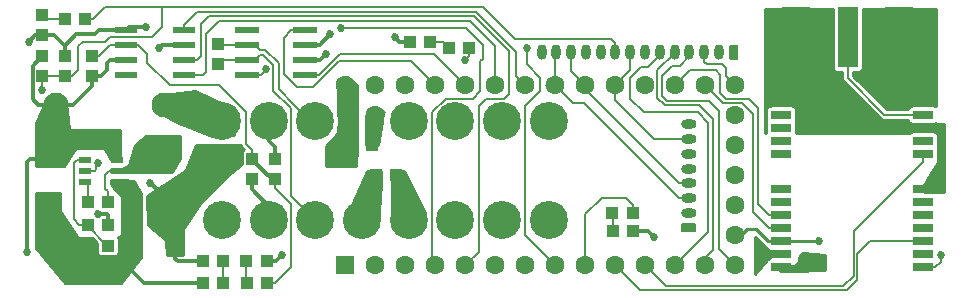
<source format=gtl>
G04 #@! TF.GenerationSoftware,KiCad,Pcbnew,5.1.5*
G04 #@! TF.CreationDate,2019-12-04T09:49:36-05:00*
G04 #@! TF.ProjectId,obd-teensy-oled,6f62642d-7465-4656-9e73-792d6f6c6564,rev?*
G04 #@! TF.SameCoordinates,Original*
G04 #@! TF.FileFunction,Copper,L1,Top*
G04 #@! TF.FilePolarity,Positive*
%FSLAX46Y46*%
G04 Gerber Fmt 4.6, Leading zero omitted, Abs format (unit mm)*
G04 Created by KiCad (PCBNEW 5.1.5) date 2019-12-04 09:49:36*
%MOMM*%
%LPD*%
G04 APERTURE LIST*
%ADD10R,1.600000X1.600000*%
%ADD11C,1.600000*%
%ADD12O,1.300000X0.800000*%
%ADD13C,0.100000*%
%ADD14O,0.800000X1.300000*%
%ADD15R,2.413000X5.080000*%
%ADD16R,1.778000X5.080000*%
%ADD17R,1.099820X0.998220*%
%ADD18R,0.998220X1.099820*%
%ADD19R,0.998220X0.998220*%
%ADD20R,1.800000X0.800000*%
%ADD21R,1.000000X0.550000*%
%ADD22R,2.790000X1.905000*%
%ADD23R,1.270000X2.059940*%
%ADD24R,2.059940X1.270000*%
%ADD25C,2.100000*%
%ADD26R,1.981200X0.558800*%
%ADD27C,3.215640*%
%ADD28R,2.000000X0.600000*%
%ADD29C,0.685800*%
%ADD30C,0.152400*%
%ADD31C,0.304800*%
%ADD32C,0.200000*%
%ADD33C,0.254000*%
G04 APERTURE END LIST*
D10*
X142748000Y-104267000D03*
D11*
X145288000Y-104267000D03*
X147828000Y-104267000D03*
X150368000Y-104267000D03*
X152908000Y-104267000D03*
X155448000Y-104267000D03*
X157988000Y-104267000D03*
X160528000Y-104267000D03*
X163068000Y-104267000D03*
X165608000Y-104267000D03*
X168148000Y-104267000D03*
X170688000Y-104267000D03*
X173228000Y-104267000D03*
X145288000Y-91567000D03*
X142748000Y-89027000D03*
X145288000Y-89027000D03*
X147828000Y-89027000D03*
X150368000Y-89027000D03*
X152908000Y-89027000D03*
X155448000Y-89027000D03*
X157988000Y-89027000D03*
X160528000Y-89027000D03*
X163068000Y-89027000D03*
X165608000Y-89027000D03*
X168148000Y-89027000D03*
X170688000Y-89027000D03*
X173228000Y-89027000D03*
X175768000Y-104267000D03*
X175768000Y-101727000D03*
X175768000Y-99187000D03*
X175768000Y-89027000D03*
X175768000Y-91567000D03*
X175768000Y-94107000D03*
X175768000Y-96647000D03*
D12*
X171831000Y-92322000D03*
X171831000Y-93572000D03*
X171831000Y-94822000D03*
X171831000Y-96072000D03*
X171831000Y-97322000D03*
X171831000Y-98572000D03*
X171831000Y-99822000D03*
G04 #@! TA.AperFunction,ComponentPad*
D13*
G36*
X172300603Y-100672963D02*
G01*
X172320018Y-100675843D01*
X172339057Y-100680612D01*
X172357537Y-100687224D01*
X172375279Y-100695616D01*
X172392114Y-100705706D01*
X172407879Y-100717398D01*
X172422421Y-100730579D01*
X172435602Y-100745121D01*
X172447294Y-100760886D01*
X172457384Y-100777721D01*
X172465776Y-100795463D01*
X172472388Y-100813943D01*
X172477157Y-100832982D01*
X172480037Y-100852397D01*
X172481000Y-100872000D01*
X172481000Y-101272000D01*
X172480037Y-101291603D01*
X172477157Y-101311018D01*
X172472388Y-101330057D01*
X172465776Y-101348537D01*
X172457384Y-101366279D01*
X172447294Y-101383114D01*
X172435602Y-101398879D01*
X172422421Y-101413421D01*
X172407879Y-101426602D01*
X172392114Y-101438294D01*
X172375279Y-101448384D01*
X172357537Y-101456776D01*
X172339057Y-101463388D01*
X172320018Y-101468157D01*
X172300603Y-101471037D01*
X172281000Y-101472000D01*
X171381000Y-101472000D01*
X171361397Y-101471037D01*
X171341982Y-101468157D01*
X171322943Y-101463388D01*
X171304463Y-101456776D01*
X171286721Y-101448384D01*
X171269886Y-101438294D01*
X171254121Y-101426602D01*
X171239579Y-101413421D01*
X171226398Y-101398879D01*
X171214706Y-101383114D01*
X171204616Y-101366279D01*
X171196224Y-101348537D01*
X171189612Y-101330057D01*
X171184843Y-101311018D01*
X171181963Y-101291603D01*
X171181000Y-101272000D01*
X171181000Y-100872000D01*
X171181963Y-100852397D01*
X171184843Y-100832982D01*
X171189612Y-100813943D01*
X171196224Y-100795463D01*
X171204616Y-100777721D01*
X171214706Y-100760886D01*
X171226398Y-100745121D01*
X171239579Y-100730579D01*
X171254121Y-100717398D01*
X171269886Y-100705706D01*
X171286721Y-100695616D01*
X171304463Y-100687224D01*
X171322943Y-100680612D01*
X171341982Y-100675843D01*
X171361397Y-100672963D01*
X171381000Y-100672000D01*
X172281000Y-100672000D01*
X172300603Y-100672963D01*
G37*
G04 #@! TD.AperFunction*
D14*
X159391000Y-86233000D03*
X160641000Y-86233000D03*
X161891000Y-86233000D03*
X163141000Y-86233000D03*
X164391000Y-86233000D03*
X165641000Y-86233000D03*
X166891000Y-86233000D03*
X168141000Y-86233000D03*
X169391000Y-86233000D03*
X170641000Y-86233000D03*
X171891000Y-86233000D03*
X173141000Y-86233000D03*
X174391000Y-86233000D03*
G04 #@! TA.AperFunction,ComponentPad*
D13*
G36*
X175860603Y-85583963D02*
G01*
X175880018Y-85586843D01*
X175899057Y-85591612D01*
X175917537Y-85598224D01*
X175935279Y-85606616D01*
X175952114Y-85616706D01*
X175967879Y-85628398D01*
X175982421Y-85641579D01*
X175995602Y-85656121D01*
X176007294Y-85671886D01*
X176017384Y-85688721D01*
X176025776Y-85706463D01*
X176032388Y-85724943D01*
X176037157Y-85743982D01*
X176040037Y-85763397D01*
X176041000Y-85783000D01*
X176041000Y-86683000D01*
X176040037Y-86702603D01*
X176037157Y-86722018D01*
X176032388Y-86741057D01*
X176025776Y-86759537D01*
X176017384Y-86777279D01*
X176007294Y-86794114D01*
X175995602Y-86809879D01*
X175982421Y-86824421D01*
X175967879Y-86837602D01*
X175952114Y-86849294D01*
X175935279Y-86859384D01*
X175917537Y-86867776D01*
X175899057Y-86874388D01*
X175880018Y-86879157D01*
X175860603Y-86882037D01*
X175841000Y-86883000D01*
X175441000Y-86883000D01*
X175421397Y-86882037D01*
X175401982Y-86879157D01*
X175382943Y-86874388D01*
X175364463Y-86867776D01*
X175346721Y-86859384D01*
X175329886Y-86849294D01*
X175314121Y-86837602D01*
X175299579Y-86824421D01*
X175286398Y-86809879D01*
X175274706Y-86794114D01*
X175264616Y-86777279D01*
X175256224Y-86759537D01*
X175249612Y-86741057D01*
X175244843Y-86722018D01*
X175241963Y-86702603D01*
X175241000Y-86683000D01*
X175241000Y-85783000D01*
X175241963Y-85763397D01*
X175244843Y-85743982D01*
X175249612Y-85724943D01*
X175256224Y-85706463D01*
X175264616Y-85688721D01*
X175274706Y-85671886D01*
X175286398Y-85656121D01*
X175299579Y-85641579D01*
X175314121Y-85628398D01*
X175329886Y-85616706D01*
X175346721Y-85606616D01*
X175364463Y-85598224D01*
X175382943Y-85591612D01*
X175401982Y-85586843D01*
X175421397Y-85583963D01*
X175441000Y-85583000D01*
X175841000Y-85583000D01*
X175860603Y-85583963D01*
G37*
G04 #@! TD.AperFunction*
D15*
X189674500Y-84963000D03*
D16*
X185293000Y-84963000D03*
D15*
X180911500Y-84963000D03*
D17*
X148249640Y-85344000D03*
X149946360Y-85344000D03*
X167091360Y-101346000D03*
X165394640Y-101346000D03*
X134406640Y-105791000D03*
X136103360Y-105791000D03*
D18*
X117094000Y-84795360D03*
X117094000Y-83098640D03*
D17*
X130723640Y-105791000D03*
X132420360Y-105791000D03*
D19*
X151523700Y-85852000D03*
X153276300Y-85852000D03*
X165366700Y-99822000D03*
X167119300Y-99822000D03*
X134378700Y-103886000D03*
X136131300Y-103886000D03*
X119011700Y-83439000D03*
X120764300Y-83439000D03*
X132448300Y-103886000D03*
X130695700Y-103886000D03*
D17*
X147025360Y-96647000D03*
X145328640Y-96647000D03*
D18*
X131953000Y-87208360D03*
X131953000Y-85511640D03*
D17*
X143296640Y-94107000D03*
X144993360Y-94107000D03*
D20*
X179674000Y-104409000D03*
X179674000Y-103309000D03*
X179674000Y-102209000D03*
X179674000Y-101109000D03*
X179674000Y-100009000D03*
X179674000Y-98909000D03*
X179674000Y-97809000D03*
X179674000Y-94809000D03*
X179674000Y-93709000D03*
X179674000Y-92609000D03*
X179674000Y-91509000D03*
X179674000Y-90409000D03*
X191674000Y-90409000D03*
X191674000Y-91509000D03*
X191674000Y-92609000D03*
X191674000Y-93709000D03*
X191674000Y-94809000D03*
X191674000Y-97809000D03*
X191674000Y-98909000D03*
X191674000Y-100009000D03*
X191674000Y-101109000D03*
X191674000Y-102209000D03*
X191674000Y-103309000D03*
X191674000Y-104409000D03*
D21*
X120697000Y-97216000D03*
X120697000Y-96266000D03*
X120697000Y-95316000D03*
X123397000Y-97216000D03*
X123397000Y-96266000D03*
X123397000Y-95316000D03*
D17*
X120944640Y-102616000D03*
X122641360Y-102616000D03*
X120944640Y-100838000D03*
X122641360Y-100838000D03*
D18*
X118999000Y-86527640D03*
X118999000Y-88224360D03*
X117094000Y-88224360D03*
X117094000Y-86527640D03*
X136779000Y-96987360D03*
X136779000Y-95290640D03*
X134874000Y-95290640D03*
X134874000Y-96987360D03*
D22*
X127381000Y-94348500D03*
X127381000Y-99199500D03*
D23*
X124866400Y-102362000D03*
X128371600Y-102362000D03*
D17*
X120944640Y-98933000D03*
X122641360Y-98933000D03*
D24*
X117729000Y-98780600D03*
X117729000Y-95275400D03*
D18*
X121285000Y-86527640D03*
X121285000Y-88224360D03*
D25*
X127437000Y-90678000D03*
X118237000Y-90678000D03*
D26*
X124155200Y-88138000D03*
X124155200Y-86868000D03*
X124155200Y-85598000D03*
X124155200Y-84328000D03*
X129082800Y-84328000D03*
X129082800Y-85598000D03*
X129082800Y-86868000D03*
X129082800Y-88138000D03*
D27*
X132334000Y-92057220D03*
X136286240Y-92057220D03*
X140235940Y-92057220D03*
X148132800Y-92057220D03*
X152082500Y-92057220D03*
X156032200Y-92057220D03*
X159981900Y-92057220D03*
X132334000Y-100457000D03*
X136286240Y-100457000D03*
X140235940Y-100457000D03*
X144185640Y-100457000D03*
X148132800Y-100457000D03*
X152082500Y-100457000D03*
X156032200Y-100457000D03*
X159981900Y-100457000D03*
D28*
X139356000Y-85598000D03*
X134456000Y-88138000D03*
X134456000Y-86868000D03*
X134456000Y-85598000D03*
X134456000Y-84328000D03*
X139356000Y-84328000D03*
X139356000Y-86868000D03*
X139356000Y-88138000D03*
D29*
X137414000Y-103378000D03*
X115824000Y-103124000D03*
X188849000Y-92456000D03*
X187071000Y-91313000D03*
X117475000Y-101600000D03*
X118491000Y-103124000D03*
X119380000Y-105156000D03*
X118999000Y-101600000D03*
X119761000Y-103759000D03*
X192151000Y-87249000D03*
X192151000Y-84963000D03*
X192151000Y-82931000D03*
X178689000Y-82931000D03*
X178689000Y-84709000D03*
X178689000Y-86995000D03*
X187579000Y-87249000D03*
X183007000Y-87249000D03*
X187325000Y-82931000D03*
X183261000Y-82931000D03*
X121031000Y-104267000D03*
X122047000Y-105410000D03*
X123063000Y-104140000D03*
X178689000Y-89408000D03*
X179578000Y-88646000D03*
X180340000Y-89408000D03*
X141097000Y-86360000D03*
X127000000Y-85852000D03*
X125857000Y-84074000D03*
X193167000Y-96393000D03*
X193167000Y-97663000D03*
X192405000Y-96901000D03*
X181483000Y-104394000D03*
X182626000Y-103632000D03*
X146939000Y-84963000D03*
X115951000Y-85344000D03*
X168910000Y-101854000D03*
X185547000Y-89789000D03*
X187706000Y-89535000D03*
X189103000Y-90678000D03*
X190373000Y-92583000D03*
X130175000Y-95631000D03*
X131064000Y-94615000D03*
X131826000Y-95504000D03*
X132715000Y-94615000D03*
X133350000Y-95504000D03*
X141478000Y-84709000D03*
X141478000Y-94488000D03*
X141986000Y-95377000D03*
X143256000Y-95377000D03*
X126238000Y-97282000D03*
X121795611Y-99945588D03*
X177673000Y-102743000D03*
X177673000Y-103886000D03*
X121793000Y-95631000D03*
X117094000Y-89408000D03*
X193167000Y-103378000D03*
X182880000Y-102235000D03*
X136017000Y-87630000D03*
X142367000Y-84137500D03*
X152908000Y-86868000D03*
X158115000Y-85852000D03*
D30*
X142210482Y-86995000D02*
X148336000Y-86995000D01*
X138203600Y-84328000D02*
X137541000Y-84990600D01*
X139356000Y-84328000D02*
X138203600Y-84328000D01*
X148336000Y-86995000D02*
X150368000Y-89027000D01*
X140051482Y-89154000D02*
X142210482Y-86995000D01*
X137541000Y-84990600D02*
X137541000Y-88034482D01*
X137541000Y-88034482D02*
X138660518Y-89154000D01*
X138660518Y-89154000D02*
X140051482Y-89154000D01*
X140508400Y-88138000D02*
X142286400Y-86360000D01*
X139356000Y-88138000D02*
X140508400Y-88138000D01*
X150241000Y-86360000D02*
X152908000Y-89027000D01*
X142286400Y-86360000D02*
X150241000Y-86360000D01*
D31*
X117094000Y-86578440D02*
X117094000Y-86527640D01*
X116752076Y-90678000D02*
X116290089Y-90216013D01*
X116290090Y-87382350D02*
X117094000Y-86578440D01*
X116290089Y-90216013D02*
X116290090Y-87382350D01*
X118237000Y-90678000D02*
X116752076Y-90678000D01*
X124155200Y-86868000D02*
X123444000Y-86868000D01*
X119686070Y-90678000D02*
X118237000Y-90678000D01*
X121285000Y-89079070D02*
X119686070Y-90678000D01*
X121285000Y-88224360D02*
X121285000Y-89079070D01*
X122859800Y-86868000D02*
X124155200Y-86868000D01*
X122555000Y-87172800D02*
X122859800Y-86868000D01*
X122555000Y-87758270D02*
X122555000Y-87172800D01*
X122088910Y-88224360D02*
X122555000Y-87758270D01*
X121285000Y-88224360D02*
X122088910Y-88224360D01*
X136131300Y-103886000D02*
X136906000Y-103886000D01*
X136906000Y-103886000D02*
X137414000Y-103378000D01*
X115824000Y-103124000D02*
X115824000Y-95504000D01*
X116052600Y-95275400D02*
X117729000Y-95275400D01*
X115824000Y-95504000D02*
X116052600Y-95275400D01*
X136286240Y-100457000D02*
X136286240Y-99202240D01*
X136234170Y-99202240D02*
X134874000Y-97842070D01*
X134874000Y-97842070D02*
X134874000Y-96987360D01*
X136286240Y-99202240D02*
X136234170Y-99202240D01*
X118999000Y-86487000D02*
X118999000Y-86527640D01*
X139356000Y-86868000D02*
X140589000Y-86868000D01*
X140589000Y-86868000D02*
X141097000Y-86360000D01*
X119962930Y-84709000D02*
X118999000Y-85672930D01*
X124155200Y-84328000D02*
X121920000Y-84328000D01*
X121920000Y-84328000D02*
X121539000Y-84709000D01*
X121539000Y-84709000D02*
X119962930Y-84709000D01*
X118121430Y-84795360D02*
X117897910Y-84795360D01*
X117897910Y-84795360D02*
X117094000Y-84795360D01*
X118999000Y-85672930D02*
X118121430Y-84795360D01*
X118999000Y-86527640D02*
X118999000Y-85672930D01*
X129082800Y-85598000D02*
X127254000Y-85598000D01*
X127254000Y-85598000D02*
X127000000Y-85852000D01*
X124409200Y-84074000D02*
X124155200Y-84328000D01*
X125857000Y-84074000D02*
X124409200Y-84074000D01*
X147320000Y-85344000D02*
X146939000Y-84963000D01*
X148249640Y-85344000D02*
X147320000Y-85344000D01*
X117094000Y-84795360D02*
X116499640Y-84795360D01*
X116499640Y-84795360D02*
X115951000Y-85344000D01*
X167091360Y-101346000D02*
X168402000Y-101346000D01*
X168402000Y-101346000D02*
X168910000Y-101854000D01*
X130723640Y-105791000D02*
X125730000Y-105791000D01*
X125730000Y-105791000D02*
X124460000Y-104521000D01*
D30*
X154051000Y-103124000D02*
X152908000Y-104267000D01*
X131191000Y-83185000D02*
X153619934Y-83185000D01*
X154686000Y-90170000D02*
X154051000Y-90805000D01*
X130556000Y-83820000D02*
X131191000Y-83185000D01*
X130556000Y-86537800D02*
X130556000Y-83820000D01*
X130225800Y-86868000D02*
X130556000Y-86537800D01*
X156591000Y-86156066D02*
X156591000Y-89789000D01*
X129082800Y-86868000D02*
X130225800Y-86868000D01*
X153619934Y-83185000D02*
X156591000Y-86156066D01*
X156591000Y-89789000D02*
X156210000Y-90170000D01*
X156210000Y-90170000D02*
X154686000Y-90170000D01*
X154051000Y-90805000D02*
X154051000Y-103124000D01*
D31*
X139356000Y-85598000D02*
X140589000Y-85598000D01*
X140589000Y-85598000D02*
X141478000Y-84709000D01*
X127381000Y-98247000D02*
X127203000Y-98247000D01*
X127203000Y-98247000D02*
X126238000Y-97282000D01*
X122641360Y-100838000D02*
X122641360Y-100791337D01*
X122641360Y-100034090D02*
X122641360Y-100838000D01*
X122552858Y-99945588D02*
X122641360Y-100034090D01*
X121795611Y-99945588D02*
X122552858Y-99945588D01*
X128371600Y-103696770D02*
X128371600Y-102362000D01*
X128560830Y-103886000D02*
X128371600Y-103696770D01*
X130695700Y-103886000D02*
X128560830Y-103886000D01*
D30*
X174968001Y-88227001D02*
X174968001Y-87592001D01*
X175768000Y-89027000D02*
X174968001Y-88227001D01*
X174968001Y-87592001D02*
X174625000Y-87249000D01*
X173354600Y-87249000D02*
X173141000Y-87035400D01*
X173141000Y-87035400D02*
X173141000Y-86233000D01*
X174625000Y-87249000D02*
X173354600Y-87249000D01*
X174371000Y-102870000D02*
X175768000Y-104267000D01*
X174371000Y-91186000D02*
X174371000Y-102870000D01*
X170002190Y-90373190D02*
X173558190Y-90373190D01*
X169545000Y-89916000D02*
X170002190Y-90373190D01*
X171891000Y-86554000D02*
X171069000Y-87376000D01*
X170434000Y-87376000D02*
X169545000Y-88265000D01*
X171891000Y-86233000D02*
X171891000Y-86554000D01*
X171069000Y-87376000D02*
X170434000Y-87376000D01*
X173558190Y-90373190D02*
X174371000Y-91186000D01*
X169545000Y-88265000D02*
X169545000Y-89916000D01*
X170641000Y-86280000D02*
X170641000Y-86233000D01*
X169176601Y-87744399D02*
X170641000Y-86280000D01*
X169799000Y-90678000D02*
X169176601Y-90055601D01*
X169176601Y-90055601D02*
X169176601Y-87744399D01*
X173228000Y-104267000D02*
X173228000Y-103632000D01*
X173926501Y-102933499D02*
X173926501Y-91884501D01*
X173228000Y-103632000D02*
X173926501Y-102933499D01*
X172720000Y-90678000D02*
X169799000Y-90678000D01*
X173926501Y-91884501D02*
X172720000Y-90678000D01*
X168371000Y-87503000D02*
X169391000Y-86483000D01*
X167767000Y-87503000D02*
X168371000Y-87503000D01*
X166878000Y-88392000D02*
X167767000Y-87503000D01*
X166878000Y-90170000D02*
X166878000Y-88392000D01*
X169391000Y-86483000D02*
X169391000Y-86233000D01*
X173482000Y-101473000D02*
X173482000Y-92202000D01*
X173482000Y-92202000D02*
X172593000Y-91313000D01*
X168021000Y-91313000D02*
X166878000Y-90170000D01*
X170688000Y-104267000D02*
X173482000Y-101473000D01*
X172593000Y-91313000D02*
X168021000Y-91313000D01*
X120944640Y-97463640D02*
X120697000Y-97216000D01*
X120944640Y-99060000D02*
X120944640Y-97463640D01*
X122744600Y-96266000D02*
X122428000Y-96582600D01*
X123397000Y-96266000D02*
X122744600Y-96266000D01*
X122428000Y-96582600D02*
X122428000Y-97790000D01*
X122641360Y-98003360D02*
X122641360Y-98933000D01*
X122428000Y-97790000D02*
X122641360Y-98003360D01*
D31*
X136286240Y-92057220D02*
X136286240Y-93741240D01*
X136779000Y-94234000D02*
X136779000Y-95290640D01*
X136286240Y-93741240D02*
X136779000Y-94234000D01*
X134874000Y-95341440D02*
X134874000Y-95290640D01*
X136519920Y-96987360D02*
X134874000Y-95341440D01*
X136779000Y-96987360D02*
X136519920Y-96987360D01*
D30*
X123012200Y-85598000D02*
X124155200Y-85598000D01*
X121936510Y-86527640D02*
X122866150Y-85598000D01*
X122866150Y-85598000D02*
X123012200Y-85598000D01*
X121285000Y-86527640D02*
X121936510Y-86527640D01*
X136103360Y-105791000D02*
X136103360Y-105750360D01*
X124155200Y-85598000D02*
X124866400Y-85598000D01*
X125222000Y-85598000D02*
X124155200Y-85598000D01*
X125984000Y-86360000D02*
X125222000Y-85598000D01*
X134366000Y-91313000D02*
X132080000Y-89027000D01*
X125984000Y-87122000D02*
X125984000Y-86360000D01*
X132080000Y-89027000D02*
X127889000Y-89027000D01*
X127889000Y-89027000D02*
X125984000Y-87122000D01*
X134366000Y-91313000D02*
X134366000Y-93980000D01*
X134366000Y-93980000D02*
X134874000Y-94488000D01*
X134874000Y-94488000D02*
X134874000Y-95290640D01*
X136779000Y-97689670D02*
X138176000Y-99086670D01*
X136779000Y-96987360D02*
X136779000Y-97689670D01*
X136805670Y-105791000D02*
X136103360Y-105791000D01*
X138176000Y-104420670D02*
X136805670Y-105791000D01*
X138176000Y-99086670D02*
X138176000Y-104420670D01*
X120697000Y-96266000D02*
X121158000Y-96266000D01*
X117094000Y-89408000D02*
X117094000Y-88224360D01*
X117094000Y-88224360D02*
X118999000Y-88224360D01*
X117896640Y-88224360D02*
X117094000Y-88224360D01*
X117983000Y-88138000D02*
X117896640Y-88224360D01*
X121415810Y-83439000D02*
X122431810Y-82423000D01*
X120764300Y-83439000D02*
X121415810Y-83439000D01*
X119650510Y-88224360D02*
X120142000Y-87732870D01*
X118999000Y-88224360D02*
X119650510Y-88224360D01*
X120142000Y-87732870D02*
X120142000Y-85725000D01*
X120142000Y-85725000D02*
X120523000Y-85344000D01*
X120523000Y-85344000D02*
X122428000Y-85344000D01*
X122428000Y-85344000D02*
X122809000Y-84963000D01*
X122809000Y-84963000D02*
X126365000Y-84963000D01*
X126365000Y-84963000D02*
X127254000Y-84074000D01*
X127254000Y-84074000D02*
X127254000Y-82423000D01*
X122431810Y-82423000D02*
X127254000Y-82423000D01*
X121666000Y-96139000D02*
X121666000Y-95758000D01*
X121666000Y-95758000D02*
X121793000Y-95631000D01*
X120697000Y-96266000D02*
X121539000Y-96266000D01*
X121539000Y-96266000D02*
X121666000Y-96139000D01*
X165641000Y-85430600D02*
X165641000Y-86233000D01*
X165300400Y-85090000D02*
X165641000Y-85430600D01*
X157099000Y-85090000D02*
X165300400Y-85090000D01*
X154432000Y-82423000D02*
X157099000Y-85090000D01*
X127254000Y-82423000D02*
X154432000Y-82423000D01*
X120944640Y-100970080D02*
X120944640Y-100838000D01*
X122590560Y-102616000D02*
X120944640Y-100970080D01*
X122641360Y-102616000D02*
X122590560Y-102616000D01*
X120242330Y-100838000D02*
X119761000Y-100356670D01*
X120944640Y-100838000D02*
X120242330Y-100838000D01*
X120044600Y-95316000D02*
X120697000Y-95316000D01*
X119761000Y-95599600D02*
X120044600Y-95316000D01*
X119761000Y-100356670D02*
X119761000Y-95599600D01*
X190621600Y-91509000D02*
X191674000Y-91509000D01*
X188410000Y-91509000D02*
X190621600Y-91509000D01*
X185293000Y-84963000D02*
X185293000Y-88392000D01*
X185293000Y-88392000D02*
X188410000Y-91509000D01*
D32*
X134456000Y-85598000D02*
X135156000Y-85598000D01*
X135156000Y-85598000D02*
X135566000Y-86008000D01*
X135566000Y-86008000D02*
X135983200Y-86008000D01*
X135983200Y-86008000D02*
X137131000Y-87155800D01*
X137131000Y-87155800D02*
X137131000Y-89314800D01*
X137131000Y-89314800D02*
X138462100Y-90645900D01*
D30*
X139873420Y-92057220D02*
X140235940Y-92057220D01*
X138462100Y-90645900D02*
X139873420Y-92057220D01*
X139700000Y-92593160D02*
X140235940Y-92057220D01*
X132039360Y-85598000D02*
X131953000Y-85511640D01*
X134456000Y-85598000D02*
X132039360Y-85598000D01*
D32*
X134456000Y-86868000D02*
X135156000Y-86868000D01*
X135156000Y-86868000D02*
X135566000Y-86458000D01*
X135566000Y-86458000D02*
X135796800Y-86458000D01*
X135796800Y-86458000D02*
X136681000Y-87342200D01*
X136681000Y-87342200D02*
X136681000Y-89501200D01*
X136681000Y-89501200D02*
X138143900Y-90964100D01*
D30*
X139700000Y-99921060D02*
X140235940Y-100457000D01*
X138143900Y-90964100D02*
X138143900Y-95955770D01*
X138143900Y-98364960D02*
X138143900Y-95955770D01*
X140235940Y-100457000D02*
X138143900Y-98364960D01*
X132293360Y-86868000D02*
X131953000Y-87208360D01*
X134456000Y-86868000D02*
X132293360Y-86868000D01*
X173228000Y-88265000D02*
X173228000Y-89027000D01*
X174739399Y-90538399D02*
X174117000Y-89916000D01*
X179674000Y-101109000D02*
X178621600Y-101109000D01*
X178621600Y-101109000D02*
X177292000Y-99779400D01*
X174117000Y-89916000D02*
X173228000Y-89027000D01*
X177292000Y-99779400D02*
X177292000Y-91440000D01*
X177292000Y-91440000D02*
X176390399Y-90538399D01*
X176390399Y-90538399D02*
X174739399Y-90538399D01*
X178621600Y-100009000D02*
X177673000Y-99060400D01*
X179674000Y-100009000D02*
X178621600Y-100009000D01*
X177673000Y-99060400D02*
X177673000Y-90932000D01*
X174498000Y-89662000D02*
X174498000Y-88138000D01*
X174498000Y-88138000D02*
X174117000Y-87757000D01*
X171958000Y-87757000D02*
X170688000Y-89027000D01*
X174117000Y-87757000D02*
X171958000Y-87757000D01*
X177673000Y-90932000D02*
X176911000Y-90170000D01*
X175006000Y-90170000D02*
X174498000Y-89662000D01*
X176911000Y-90170000D02*
X175006000Y-90170000D01*
X191674000Y-95473000D02*
X191674000Y-94809000D01*
X169926000Y-106045000D02*
X184912000Y-106045000D01*
X168148000Y-104267000D02*
X169926000Y-106045000D01*
X184912000Y-106045000D02*
X185801000Y-105156000D01*
X185801000Y-105156000D02*
X185801000Y-101346000D01*
X185801000Y-101346000D02*
X191674000Y-95473000D01*
X191674000Y-102209000D02*
X187224000Y-102209000D01*
X167690810Y-106349810D02*
X166407999Y-105066999D01*
X166407999Y-105066999D02*
X165608000Y-104267000D01*
X185242190Y-106349810D02*
X167690810Y-106349810D01*
X186105810Y-105486190D02*
X185242190Y-106349810D01*
X186105810Y-103327190D02*
X186105810Y-105486190D01*
X187224000Y-102209000D02*
X186105810Y-103327190D01*
X193167000Y-103968400D02*
X193167000Y-103378000D01*
X191674000Y-104409000D02*
X192726400Y-104409000D01*
X192726400Y-104409000D02*
X193167000Y-103968400D01*
D33*
X176276000Y-101727000D02*
X175768000Y-101727000D01*
X177530000Y-101219000D02*
X176784000Y-101219000D01*
X176784000Y-101219000D02*
X176276000Y-101727000D01*
X179674000Y-102209000D02*
X178520000Y-102209000D01*
X178520000Y-102209000D02*
X177530000Y-101219000D01*
X179674000Y-102209000D02*
X182854000Y-102209000D01*
X182854000Y-102209000D02*
X182880000Y-102235000D01*
D30*
X136017000Y-87729400D02*
X136017000Y-87630000D01*
X134456000Y-88138000D02*
X135608400Y-88138000D01*
X135608400Y-88138000D02*
X136017000Y-87729400D01*
X152971500Y-84137500D02*
X142367000Y-84137500D01*
X154178000Y-86995000D02*
X154419399Y-86753601D01*
X154178000Y-89535000D02*
X154178000Y-86995000D01*
X154419399Y-85585399D02*
X152971500Y-84137500D01*
X154419399Y-86753601D02*
X154419399Y-85585399D01*
X150368000Y-104267000D02*
X150114000Y-104013000D01*
X150114000Y-104013000D02*
X150114000Y-91307816D01*
X150114000Y-91307816D02*
X151251816Y-90170000D01*
X151251816Y-90170000D02*
X153543000Y-90170000D01*
X153543000Y-90170000D02*
X154178000Y-89535000D01*
X157226000Y-88265000D02*
X157988000Y-89027000D01*
X129082800Y-83896200D02*
X130175000Y-82804000D01*
X129082800Y-84328000D02*
X129082800Y-83896200D01*
X130175000Y-82804000D02*
X153797000Y-82804000D01*
X153797000Y-82804000D02*
X157226000Y-86233000D01*
X157226000Y-86233000D02*
X157226000Y-88265000D01*
X155448000Y-85725000D02*
X155448000Y-89027000D01*
X153289000Y-83566000D02*
X155448000Y-85725000D01*
X130683000Y-88138000D02*
X130937000Y-87884000D01*
X130937000Y-84709000D02*
X132080000Y-83566000D01*
X129082800Y-88138000D02*
X130683000Y-88138000D01*
X132080000Y-83566000D02*
X153289000Y-83566000D01*
X130937000Y-87884000D02*
X130937000Y-84709000D01*
X132448300Y-105763060D02*
X132420360Y-105791000D01*
X132448300Y-103886000D02*
X132448300Y-105763060D01*
X117434360Y-83439000D02*
X117094000Y-83098640D01*
X119011700Y-83439000D02*
X117434360Y-83439000D01*
X134378700Y-104025700D02*
X134378700Y-103886000D01*
X134378700Y-105763060D02*
X134406640Y-105791000D01*
X134378700Y-103886000D02*
X134378700Y-105763060D01*
X165394640Y-99849940D02*
X165366700Y-99822000D01*
X165394640Y-101346000D02*
X165394640Y-99849940D01*
X167119300Y-99170490D02*
X166500810Y-98552000D01*
X167119300Y-99822000D02*
X167119300Y-99170490D01*
X166500810Y-98552000D02*
X164465000Y-98552000D01*
X163068000Y-99949000D02*
X163068000Y-104267000D01*
X164465000Y-98552000D02*
X163068000Y-99949000D01*
X149946360Y-85344000D02*
X150368000Y-85344000D01*
X151015700Y-85344000D02*
X151523700Y-85852000D01*
X149946360Y-85344000D02*
X151015700Y-85344000D01*
X153276300Y-85852000D02*
X153276300Y-86499700D01*
X153276300Y-86499700D02*
X152908000Y-86868000D01*
X158115000Y-85852000D02*
X158115000Y-87249000D01*
X158115000Y-87249000D02*
X159258000Y-88392000D01*
X159258000Y-88392000D02*
X159258000Y-89535000D01*
X159258000Y-89535000D02*
X157988000Y-90805000D01*
X157988000Y-101727000D02*
X160528000Y-104267000D01*
X157988000Y-90805000D02*
X157988000Y-101727000D01*
X166891000Y-87744000D02*
X166891000Y-86233000D01*
X165608000Y-89027000D02*
X166891000Y-87744000D01*
X165608000Y-90297000D02*
X165608000Y-89027000D01*
X171831000Y-93572000D02*
X168883000Y-93572000D01*
X168883000Y-93572000D02*
X165608000Y-90297000D01*
X168148000Y-86240000D02*
X168141000Y-86233000D01*
X159766000Y-89027000D02*
X160528000Y-89027000D01*
X160528000Y-86346000D02*
X160641000Y-86233000D01*
X160528000Y-89027000D02*
X160528000Y-86346000D01*
X171028600Y-98572000D02*
X163007600Y-90551000D01*
X171831000Y-98572000D02*
X171028600Y-98572000D01*
X162052000Y-90551000D02*
X160528000Y-89027000D01*
X163007600Y-90551000D02*
X162052000Y-90551000D01*
X161891000Y-87850000D02*
X161891000Y-86233000D01*
X163068000Y-89027000D02*
X161891000Y-87850000D01*
X163068000Y-89361400D02*
X163068000Y-89027000D01*
X171028600Y-97322000D02*
X163068000Y-89361400D01*
X171831000Y-97322000D02*
X171028600Y-97322000D01*
D33*
G36*
X128778000Y-95214822D02*
G01*
X128071093Y-96393000D01*
X122936000Y-96393000D01*
X122936000Y-96139000D01*
X123825000Y-96139000D01*
X123849776Y-96136560D01*
X123881796Y-96125592D01*
X124389796Y-95871592D01*
X124410866Y-95858329D01*
X124428943Y-95841211D01*
X124443333Y-95820894D01*
X124455114Y-95792890D01*
X124951378Y-94055967D01*
X125899333Y-93345000D01*
X128778000Y-93345000D01*
X128778000Y-95214822D01*
G37*
X128778000Y-95214822D02*
X128071093Y-96393000D01*
X122936000Y-96393000D01*
X122936000Y-96139000D01*
X123825000Y-96139000D01*
X123849776Y-96136560D01*
X123881796Y-96125592D01*
X124389796Y-95871592D01*
X124410866Y-95858329D01*
X124428943Y-95841211D01*
X124443333Y-95820894D01*
X124455114Y-95792890D01*
X124951378Y-94055967D01*
X125899333Y-93345000D01*
X128778000Y-93345000D01*
X128778000Y-95214822D01*
G36*
X119380777Y-92724025D02*
G01*
X119385938Y-92748380D01*
X119395752Y-92771261D01*
X119409841Y-92791787D01*
X119427664Y-92809170D01*
X119448535Y-92822743D01*
X119471654Y-92831982D01*
X119507000Y-92837000D01*
X123698000Y-92837000D01*
X123698000Y-95377000D01*
X122887490Y-95377000D01*
X122414592Y-94431204D01*
X122401329Y-94410134D01*
X122384211Y-94392057D01*
X122363894Y-94377667D01*
X122341161Y-94367517D01*
X122316884Y-94361997D01*
X122301000Y-94361000D01*
X120015000Y-94361000D01*
X119990224Y-94363440D01*
X119966399Y-94370667D01*
X119944443Y-94382403D01*
X119925197Y-94398197D01*
X119909330Y-94417553D01*
X118931032Y-95885000D01*
X116586000Y-95885000D01*
X116586000Y-92228067D01*
X117304743Y-90551000D01*
X119139330Y-90551000D01*
X119380777Y-92724025D01*
G37*
X119380777Y-92724025D02*
X119385938Y-92748380D01*
X119395752Y-92771261D01*
X119409841Y-92791787D01*
X119427664Y-92809170D01*
X119448535Y-92822743D01*
X119471654Y-92831982D01*
X119507000Y-92837000D01*
X123698000Y-92837000D01*
X123698000Y-95377000D01*
X122887490Y-95377000D01*
X122414592Y-94431204D01*
X122401329Y-94410134D01*
X122384211Y-94392057D01*
X122363894Y-94377667D01*
X122341161Y-94367517D01*
X122316884Y-94361997D01*
X122301000Y-94361000D01*
X120015000Y-94361000D01*
X119990224Y-94363440D01*
X119966399Y-94370667D01*
X119944443Y-94382403D01*
X119925197Y-94398197D01*
X119909330Y-94417553D01*
X118931032Y-95885000D01*
X116586000Y-95885000D01*
X116586000Y-92228067D01*
X117304743Y-90551000D01*
X119139330Y-90551000D01*
X119380777Y-92724025D01*
G36*
X124888286Y-97146024D02*
G01*
X125476000Y-98203909D01*
X125476000Y-103588425D01*
X123762886Y-105791000D01*
X119058483Y-105791000D01*
X116586000Y-102824020D01*
X116586000Y-98171000D01*
X118618000Y-98171000D01*
X118618000Y-99568000D01*
X118620440Y-99592776D01*
X118627667Y-99616601D01*
X118639330Y-99638447D01*
X120163330Y-101924447D01*
X120179104Y-101943709D01*
X120198332Y-101959523D01*
X120220276Y-101971282D01*
X120244093Y-101978534D01*
X120269000Y-101981000D01*
X121308983Y-101981000D01*
X121708607Y-102380625D01*
X121708607Y-103115110D01*
X121715963Y-103189799D01*
X121737749Y-103261618D01*
X121773128Y-103327806D01*
X121820739Y-103385821D01*
X121878754Y-103433432D01*
X121944942Y-103468811D01*
X122016761Y-103490597D01*
X122091450Y-103497953D01*
X123191270Y-103497953D01*
X123265959Y-103490597D01*
X123337778Y-103468811D01*
X123403966Y-103433432D01*
X123461981Y-103385821D01*
X123509592Y-103327806D01*
X123544971Y-103261618D01*
X123566757Y-103189799D01*
X123574113Y-103115110D01*
X123574113Y-102116890D01*
X123566757Y-102042201D01*
X123544971Y-101970382D01*
X123509592Y-101904194D01*
X123506973Y-101901003D01*
X123754796Y-101777092D01*
X123775866Y-101763829D01*
X123793943Y-101746711D01*
X123808333Y-101726394D01*
X123818483Y-101703661D01*
X123824003Y-101679384D01*
X123825000Y-101663500D01*
X123825000Y-98425000D01*
X123822560Y-98400224D01*
X123815333Y-98376399D01*
X123803597Y-98354443D01*
X123787803Y-98335197D01*
X123167374Y-97714768D01*
X123049592Y-97479204D01*
X123036329Y-97458134D01*
X123025803Y-97446197D01*
X122936000Y-97356394D01*
X122936000Y-97028000D01*
X123944096Y-97028000D01*
X124888286Y-97146024D01*
G37*
X124888286Y-97146024D02*
X125476000Y-98203909D01*
X125476000Y-103588425D01*
X123762886Y-105791000D01*
X119058483Y-105791000D01*
X116586000Y-102824020D01*
X116586000Y-98171000D01*
X118618000Y-98171000D01*
X118618000Y-99568000D01*
X118620440Y-99592776D01*
X118627667Y-99616601D01*
X118639330Y-99638447D01*
X120163330Y-101924447D01*
X120179104Y-101943709D01*
X120198332Y-101959523D01*
X120220276Y-101971282D01*
X120244093Y-101978534D01*
X120269000Y-101981000D01*
X121308983Y-101981000D01*
X121708607Y-102380625D01*
X121708607Y-103115110D01*
X121715963Y-103189799D01*
X121737749Y-103261618D01*
X121773128Y-103327806D01*
X121820739Y-103385821D01*
X121878754Y-103433432D01*
X121944942Y-103468811D01*
X122016761Y-103490597D01*
X122091450Y-103497953D01*
X123191270Y-103497953D01*
X123265959Y-103490597D01*
X123337778Y-103468811D01*
X123403966Y-103433432D01*
X123461981Y-103385821D01*
X123509592Y-103327806D01*
X123544971Y-103261618D01*
X123566757Y-103189799D01*
X123574113Y-103115110D01*
X123574113Y-102116890D01*
X123566757Y-102042201D01*
X123544971Y-101970382D01*
X123509592Y-101904194D01*
X123506973Y-101901003D01*
X123754796Y-101777092D01*
X123775866Y-101763829D01*
X123793943Y-101746711D01*
X123808333Y-101726394D01*
X123818483Y-101703661D01*
X123824003Y-101679384D01*
X123825000Y-101663500D01*
X123825000Y-98425000D01*
X123822560Y-98400224D01*
X123815333Y-98376399D01*
X123803597Y-98354443D01*
X123787803Y-98335197D01*
X123167374Y-97714768D01*
X123049592Y-97479204D01*
X123036329Y-97458134D01*
X123025803Y-97446197D01*
X122936000Y-97356394D01*
X122936000Y-97028000D01*
X123944096Y-97028000D01*
X124888286Y-97146024D01*
G36*
X133941560Y-94155809D02*
G01*
X133954807Y-94180592D01*
X133984014Y-94235236D01*
X134041148Y-94304853D01*
X134058592Y-94319169D01*
X134161994Y-94422572D01*
X134104179Y-94470019D01*
X134056568Y-94528034D01*
X134021189Y-94594222D01*
X133999403Y-94666041D01*
X133992047Y-94740730D01*
X133992047Y-95699340D01*
X132763060Y-96674514D01*
X132752197Y-96684197D01*
X130593197Y-98843197D01*
X130577330Y-98862553D01*
X129053330Y-101148553D01*
X129041617Y-101170522D01*
X129034414Y-101194354D01*
X129032000Y-101219000D01*
X129032000Y-103378000D01*
X127647815Y-103378000D01*
X127619087Y-102200153D01*
X127616044Y-102175444D01*
X127608238Y-102151803D01*
X127595970Y-102130139D01*
X127573137Y-102105443D01*
X126046052Y-100840585D01*
X125985686Y-98365597D01*
X129228501Y-96245295D01*
X129247902Y-96229694D01*
X129263888Y-96210607D01*
X129276434Y-96187355D01*
X130133051Y-94107000D01*
X133926754Y-94107000D01*
X133941560Y-94155809D01*
G37*
X133941560Y-94155809D02*
X133954807Y-94180592D01*
X133984014Y-94235236D01*
X134041148Y-94304853D01*
X134058592Y-94319169D01*
X134161994Y-94422572D01*
X134104179Y-94470019D01*
X134056568Y-94528034D01*
X134021189Y-94594222D01*
X133999403Y-94666041D01*
X133992047Y-94740730D01*
X133992047Y-95699340D01*
X132763060Y-96674514D01*
X132752197Y-96684197D01*
X130593197Y-98843197D01*
X130577330Y-98862553D01*
X129053330Y-101148553D01*
X129041617Y-101170522D01*
X129034414Y-101194354D01*
X129032000Y-101219000D01*
X129032000Y-103378000D01*
X127647815Y-103378000D01*
X127619087Y-102200153D01*
X127616044Y-102175444D01*
X127608238Y-102151803D01*
X127595970Y-102130139D01*
X127573137Y-102105443D01*
X126046052Y-100840585D01*
X125985686Y-98365597D01*
X129228501Y-96245295D01*
X129247902Y-96229694D01*
X129263888Y-96210607D01*
X129276434Y-96187355D01*
X130133051Y-94107000D01*
X133926754Y-94107000D01*
X133941560Y-94155809D01*
G36*
X133472420Y-91137930D02*
G01*
X133356455Y-93225286D01*
X131466136Y-93343431D01*
X128703519Y-92213269D01*
X126746000Y-91234510D01*
X126746000Y-89902670D01*
X130026729Y-89538145D01*
X133472420Y-91137930D01*
G37*
X133472420Y-91137930D02*
X133356455Y-93225286D01*
X131466136Y-93343431D01*
X128703519Y-92213269D01*
X126746000Y-91234510D01*
X126746000Y-89902670D01*
X130026729Y-89538145D01*
X133472420Y-91137930D01*
G36*
X184021157Y-87503000D02*
G01*
X184028513Y-87577689D01*
X184050299Y-87649508D01*
X184085678Y-87715696D01*
X184133289Y-87773711D01*
X184191304Y-87821322D01*
X184257492Y-87856701D01*
X184329311Y-87878487D01*
X184404000Y-87885843D01*
X184835801Y-87885843D01*
X184835801Y-88369540D01*
X184833589Y-88392000D01*
X184835801Y-88414460D01*
X184842416Y-88481627D01*
X184868560Y-88567809D01*
X184911014Y-88647236D01*
X184968148Y-88716853D01*
X184985593Y-88731170D01*
X188070835Y-91816414D01*
X188085147Y-91833853D01*
X188102586Y-91848165D01*
X188102592Y-91848171D01*
X188154764Y-91890987D01*
X188234190Y-91933441D01*
X188250172Y-91938289D01*
X188320373Y-91959585D01*
X188387540Y-91966200D01*
X188387550Y-91966200D01*
X188410000Y-91968411D01*
X188432450Y-91966200D01*
X190396791Y-91966200D01*
X190398513Y-91983689D01*
X190420299Y-92055508D01*
X190455678Y-92121696D01*
X190503289Y-92179711D01*
X190561304Y-92227322D01*
X190627492Y-92262701D01*
X190699311Y-92284487D01*
X190774000Y-92291843D01*
X192574000Y-92291843D01*
X192648689Y-92284487D01*
X192720508Y-92262701D01*
X192786696Y-92227322D01*
X192788359Y-92225957D01*
X192788440Y-92226776D01*
X192795667Y-92250601D01*
X192807403Y-92272557D01*
X192823197Y-92291803D01*
X192842443Y-92307597D01*
X192864399Y-92319333D01*
X192888224Y-92326560D01*
X192913000Y-92329000D01*
X193421000Y-92329000D01*
X193421000Y-98044000D01*
X191770000Y-98044000D01*
X191770000Y-97445424D01*
X192384716Y-96461878D01*
X192891670Y-95701447D01*
X192903383Y-95679478D01*
X192910586Y-95655646D01*
X192913000Y-95631000D01*
X192913000Y-95383011D01*
X192927701Y-95355508D01*
X192949487Y-95283689D01*
X192956843Y-95209000D01*
X192956843Y-94409000D01*
X192949487Y-94334311D01*
X192927701Y-94262492D01*
X192925834Y-94259000D01*
X192927701Y-94255508D01*
X192949487Y-94183689D01*
X192956843Y-94109000D01*
X192956843Y-93309000D01*
X192949487Y-93234311D01*
X192927701Y-93162492D01*
X192892322Y-93096304D01*
X192844711Y-93038289D01*
X192786696Y-92990678D01*
X192720508Y-92955299D01*
X192648689Y-92933513D01*
X192574000Y-92926157D01*
X190774000Y-92926157D01*
X190699311Y-92933513D01*
X190627492Y-92955299D01*
X190561304Y-92990678D01*
X190503289Y-93038289D01*
X190460031Y-93091000D01*
X180947269Y-93091000D01*
X180949487Y-93083689D01*
X180956843Y-93009000D01*
X180956843Y-92209000D01*
X180949487Y-92134311D01*
X180927701Y-92062492D01*
X180925834Y-92059000D01*
X180927701Y-92055508D01*
X180949487Y-91983689D01*
X180956843Y-91909000D01*
X180956843Y-91109000D01*
X180949487Y-91034311D01*
X180927701Y-90962492D01*
X180892322Y-90896304D01*
X180844711Y-90838289D01*
X180786696Y-90790678D01*
X180720508Y-90755299D01*
X180648689Y-90733513D01*
X180574000Y-90726157D01*
X178774000Y-90726157D01*
X178699311Y-90733513D01*
X178627492Y-90755299D01*
X178561304Y-90790678D01*
X178503289Y-90838289D01*
X178455678Y-90896304D01*
X178420299Y-90962492D01*
X178398513Y-91034311D01*
X178391157Y-91109000D01*
X178391157Y-91909000D01*
X178398513Y-91983689D01*
X178420299Y-92055508D01*
X178422166Y-92059000D01*
X178420299Y-92062492D01*
X178398513Y-92134311D01*
X178391157Y-92209000D01*
X178391157Y-93009000D01*
X178398513Y-93083689D01*
X178400731Y-93091000D01*
X178308000Y-93091000D01*
X178308000Y-82550000D01*
X184021157Y-82550000D01*
X184021157Y-87503000D01*
G37*
X184021157Y-87503000D02*
X184028513Y-87577689D01*
X184050299Y-87649508D01*
X184085678Y-87715696D01*
X184133289Y-87773711D01*
X184191304Y-87821322D01*
X184257492Y-87856701D01*
X184329311Y-87878487D01*
X184404000Y-87885843D01*
X184835801Y-87885843D01*
X184835801Y-88369540D01*
X184833589Y-88392000D01*
X184835801Y-88414460D01*
X184842416Y-88481627D01*
X184868560Y-88567809D01*
X184911014Y-88647236D01*
X184968148Y-88716853D01*
X184985593Y-88731170D01*
X188070835Y-91816414D01*
X188085147Y-91833853D01*
X188102586Y-91848165D01*
X188102592Y-91848171D01*
X188154764Y-91890987D01*
X188234190Y-91933441D01*
X188250172Y-91938289D01*
X188320373Y-91959585D01*
X188387540Y-91966200D01*
X188387550Y-91966200D01*
X188410000Y-91968411D01*
X188432450Y-91966200D01*
X190396791Y-91966200D01*
X190398513Y-91983689D01*
X190420299Y-92055508D01*
X190455678Y-92121696D01*
X190503289Y-92179711D01*
X190561304Y-92227322D01*
X190627492Y-92262701D01*
X190699311Y-92284487D01*
X190774000Y-92291843D01*
X192574000Y-92291843D01*
X192648689Y-92284487D01*
X192720508Y-92262701D01*
X192786696Y-92227322D01*
X192788359Y-92225957D01*
X192788440Y-92226776D01*
X192795667Y-92250601D01*
X192807403Y-92272557D01*
X192823197Y-92291803D01*
X192842443Y-92307597D01*
X192864399Y-92319333D01*
X192888224Y-92326560D01*
X192913000Y-92329000D01*
X193421000Y-92329000D01*
X193421000Y-98044000D01*
X191770000Y-98044000D01*
X191770000Y-97445424D01*
X192384716Y-96461878D01*
X192891670Y-95701447D01*
X192903383Y-95679478D01*
X192910586Y-95655646D01*
X192913000Y-95631000D01*
X192913000Y-95383011D01*
X192927701Y-95355508D01*
X192949487Y-95283689D01*
X192956843Y-95209000D01*
X192956843Y-94409000D01*
X192949487Y-94334311D01*
X192927701Y-94262492D01*
X192925834Y-94259000D01*
X192927701Y-94255508D01*
X192949487Y-94183689D01*
X192956843Y-94109000D01*
X192956843Y-93309000D01*
X192949487Y-93234311D01*
X192927701Y-93162492D01*
X192892322Y-93096304D01*
X192844711Y-93038289D01*
X192786696Y-92990678D01*
X192720508Y-92955299D01*
X192648689Y-92933513D01*
X192574000Y-92926157D01*
X190774000Y-92926157D01*
X190699311Y-92933513D01*
X190627492Y-92955299D01*
X190561304Y-92990678D01*
X190503289Y-93038289D01*
X190460031Y-93091000D01*
X180947269Y-93091000D01*
X180949487Y-93083689D01*
X180956843Y-93009000D01*
X180956843Y-92209000D01*
X180949487Y-92134311D01*
X180927701Y-92062492D01*
X180925834Y-92059000D01*
X180927701Y-92055508D01*
X180949487Y-91983689D01*
X180956843Y-91909000D01*
X180956843Y-91109000D01*
X180949487Y-91034311D01*
X180927701Y-90962492D01*
X180892322Y-90896304D01*
X180844711Y-90838289D01*
X180786696Y-90790678D01*
X180720508Y-90755299D01*
X180648689Y-90733513D01*
X180574000Y-90726157D01*
X178774000Y-90726157D01*
X178699311Y-90733513D01*
X178627492Y-90755299D01*
X178561304Y-90790678D01*
X178503289Y-90838289D01*
X178455678Y-90896304D01*
X178420299Y-90962492D01*
X178398513Y-91034311D01*
X178391157Y-91109000D01*
X178391157Y-91909000D01*
X178398513Y-91983689D01*
X178420299Y-92055508D01*
X178422166Y-92059000D01*
X178420299Y-92062492D01*
X178398513Y-92134311D01*
X178391157Y-92209000D01*
X178391157Y-93009000D01*
X178398513Y-93083689D01*
X178400731Y-93091000D01*
X178308000Y-93091000D01*
X178308000Y-82550000D01*
X184021157Y-82550000D01*
X184021157Y-87503000D01*
G36*
X192786000Y-90790306D02*
G01*
X192720508Y-90755299D01*
X192648689Y-90733513D01*
X192574000Y-90726157D01*
X190774000Y-90726157D01*
X190699311Y-90733513D01*
X190627492Y-90755299D01*
X190561304Y-90790678D01*
X190503289Y-90838289D01*
X190455678Y-90896304D01*
X190420299Y-90962492D01*
X190398513Y-91034311D01*
X190396791Y-91051800D01*
X188599379Y-91051800D01*
X185750200Y-88202623D01*
X185750200Y-87885843D01*
X186182000Y-87885843D01*
X186256689Y-87878487D01*
X186328508Y-87856701D01*
X186394696Y-87821322D01*
X186452711Y-87773711D01*
X186500322Y-87715696D01*
X186535701Y-87649508D01*
X186557487Y-87577689D01*
X186564843Y-87503000D01*
X186564843Y-82550000D01*
X192786000Y-82550000D01*
X192786000Y-90790306D01*
G37*
X192786000Y-90790306D02*
X192720508Y-90755299D01*
X192648689Y-90733513D01*
X192574000Y-90726157D01*
X190774000Y-90726157D01*
X190699311Y-90733513D01*
X190627492Y-90755299D01*
X190561304Y-90790678D01*
X190503289Y-90838289D01*
X190455678Y-90896304D01*
X190420299Y-90962492D01*
X190398513Y-91034311D01*
X190396791Y-91051800D01*
X188599379Y-91051800D01*
X185750200Y-88202623D01*
X185750200Y-87885843D01*
X186182000Y-87885843D01*
X186256689Y-87878487D01*
X186328508Y-87856701D01*
X186394696Y-87821322D01*
X186452711Y-87773711D01*
X186500322Y-87715696D01*
X186535701Y-87649508D01*
X186557487Y-87577689D01*
X186564843Y-87503000D01*
X186564843Y-82550000D01*
X192786000Y-82550000D01*
X192786000Y-90790306D01*
G36*
X149402800Y-99685165D02*
G01*
X149402800Y-100024641D01*
X146685000Y-100676914D01*
X146685000Y-96266000D01*
X147748366Y-96266000D01*
X149402800Y-99685165D01*
G37*
X149402800Y-99685165D02*
X149402800Y-100024641D01*
X146685000Y-100676914D01*
X146685000Y-96266000D01*
X147748366Y-96266000D01*
X149402800Y-99685165D01*
G36*
X145796000Y-97277627D02*
G01*
X145550790Y-100833170D01*
X142684042Y-100718500D01*
X144609447Y-96266000D01*
X145796000Y-96266000D01*
X145796000Y-97277627D01*
G37*
X145796000Y-97277627D02*
X145550790Y-100833170D01*
X142684042Y-100718500D01*
X144609447Y-96266000D01*
X145796000Y-96266000D01*
X145796000Y-97277627D01*
G36*
X143764000Y-88963500D02*
G01*
X143764000Y-94356122D01*
X143646394Y-95885000D01*
X141097000Y-95885000D01*
X141097000Y-94159606D01*
X142075803Y-93180803D01*
X142091597Y-93161557D01*
X142103333Y-93139601D01*
X142110560Y-93115776D01*
X142113000Y-93091000D01*
X142113000Y-92722633D01*
X142148331Y-92637337D01*
X142224760Y-92253102D01*
X142224760Y-91861338D01*
X142148331Y-91477103D01*
X142113000Y-91391807D01*
X142113000Y-89324575D01*
X142898633Y-88314475D01*
X143764000Y-88963500D01*
G37*
X143764000Y-88963500D02*
X143764000Y-94356122D01*
X143646394Y-95885000D01*
X141097000Y-95885000D01*
X141097000Y-94159606D01*
X142075803Y-93180803D01*
X142091597Y-93161557D01*
X142103333Y-93139601D01*
X142110560Y-93115776D01*
X142113000Y-93091000D01*
X142113000Y-92722633D01*
X142148331Y-92637337D01*
X142224760Y-92253102D01*
X142224760Y-91861338D01*
X142148331Y-91477103D01*
X142113000Y-91391807D01*
X142113000Y-89324575D01*
X142898633Y-88314475D01*
X143764000Y-88963500D01*
G36*
X146036308Y-91257644D02*
G01*
X146036257Y-91257952D01*
X145976170Y-91403014D01*
X145889980Y-91836322D01*
X145889980Y-92135611D01*
X145561415Y-94107000D01*
X144526000Y-94107000D01*
X144526000Y-91613981D01*
X145192895Y-90835937D01*
X146036308Y-91257644D01*
G37*
X146036308Y-91257644D02*
X146036257Y-91257952D01*
X145976170Y-91403014D01*
X145889980Y-91836322D01*
X145889980Y-92135611D01*
X145561415Y-94107000D01*
X144526000Y-94107000D01*
X144526000Y-91613981D01*
X145192895Y-90835937D01*
X146036308Y-91257644D01*
G36*
X178143150Y-102550571D02*
G01*
X178159052Y-102569948D01*
X178178429Y-102585850D01*
X178236404Y-102633429D01*
X178314642Y-102675248D01*
X178449463Y-102810069D01*
X178455678Y-102821696D01*
X178503289Y-102879711D01*
X178561304Y-102927322D01*
X178572931Y-102933537D01*
X178726197Y-103086803D01*
X178745443Y-103102597D01*
X178767399Y-103114333D01*
X178791224Y-103121560D01*
X178816000Y-103124000D01*
X179832000Y-103124000D01*
X179832000Y-103505000D01*
X178816000Y-103505000D01*
X178791224Y-103507440D01*
X178767399Y-103514667D01*
X178745443Y-103526403D01*
X178722680Y-103545858D01*
X178615975Y-103661455D01*
X178561304Y-103690678D01*
X178503289Y-103738289D01*
X178455678Y-103796304D01*
X178420299Y-103862492D01*
X178415354Y-103878795D01*
X177419000Y-104958178D01*
X177419000Y-101826420D01*
X178143150Y-102550571D01*
G37*
X178143150Y-102550571D02*
X178159052Y-102569948D01*
X178178429Y-102585850D01*
X178236404Y-102633429D01*
X178314642Y-102675248D01*
X178449463Y-102810069D01*
X178455678Y-102821696D01*
X178503289Y-102879711D01*
X178561304Y-102927322D01*
X178572931Y-102933537D01*
X178726197Y-103086803D01*
X178745443Y-103102597D01*
X178767399Y-103114333D01*
X178791224Y-103121560D01*
X178816000Y-103124000D01*
X179832000Y-103124000D01*
X179832000Y-103505000D01*
X178816000Y-103505000D01*
X178791224Y-103507440D01*
X178767399Y-103514667D01*
X178745443Y-103526403D01*
X178722680Y-103545858D01*
X178615975Y-103661455D01*
X178561304Y-103690678D01*
X178503289Y-103738289D01*
X178455678Y-103796304D01*
X178420299Y-103862492D01*
X178415354Y-103878795D01*
X177419000Y-104958178D01*
X177419000Y-101826420D01*
X178143150Y-102550571D01*
G36*
X183388000Y-103370311D02*
G01*
X183388000Y-104653402D01*
X180591243Y-104775000D01*
X179578000Y-104775000D01*
X179578000Y-104347072D01*
X180574000Y-104347072D01*
X180698482Y-104334812D01*
X180818180Y-104298502D01*
X180928494Y-104239537D01*
X181025185Y-104160185D01*
X181104537Y-104063494D01*
X181163502Y-103953180D01*
X181199812Y-103833482D01*
X181212072Y-103709000D01*
X181212072Y-103574534D01*
X181532278Y-103254328D01*
X183388000Y-103370311D01*
G37*
X183388000Y-103370311D02*
X183388000Y-104653402D01*
X180591243Y-104775000D01*
X179578000Y-104775000D01*
X179578000Y-104347072D01*
X180574000Y-104347072D01*
X180698482Y-104334812D01*
X180818180Y-104298502D01*
X180928494Y-104239537D01*
X181025185Y-104160185D01*
X181104537Y-104063494D01*
X181163502Y-103953180D01*
X181199812Y-103833482D01*
X181212072Y-103709000D01*
X181212072Y-103574534D01*
X181532278Y-103254328D01*
X183388000Y-103370311D01*
M02*

</source>
